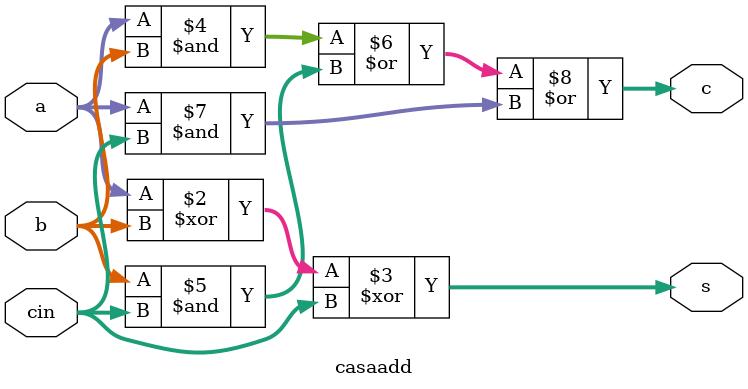
<source format=v>
module casaadd (a,b,cin,s,c);
input [3:0] a;
input [3:0] b;
input [3:0] cin;
output reg [3:0]s;
output reg [3:0]c;

always @(*)
begin
    s=a^b^cin;
    c=(a&b)|(b&cin)|(a&cin);
end
endmodule 
</source>
